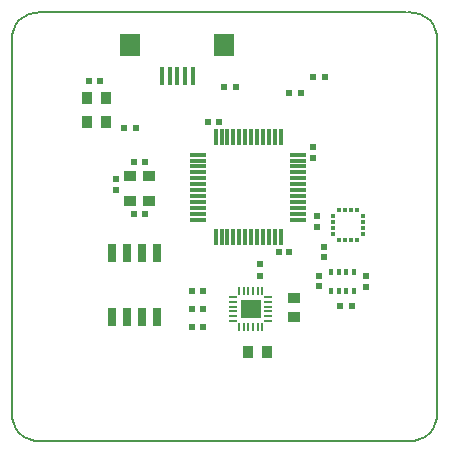
<source format=gbr>
G04 PROTEUS RS274X GERBER FILE*
%FSLAX45Y45*%
%MOMM*%
G01*
%ADD19R,1.480000X0.300000*%
%ADD70R,0.300000X1.480000*%
%ADD71R,0.609600X0.609600*%
%ADD20R,0.609600X0.558800*%
%ADD21R,1.000000X0.900000*%
%AMPPAD014*
4,1,19,
-0.100000,-0.380000,
-0.100000,0.280000,
-0.098010,0.300450,
-0.092290,0.319360,
-0.083190,0.336360,
-0.071090,0.351090,
-0.056360,0.363190,
-0.039360,0.372280,
-0.020450,0.378010,
0.000000,0.380000,
0.020450,0.378010,
0.039360,0.372280,
0.056360,0.363190,
0.071090,0.351090,
0.083190,0.336360,
0.092290,0.319360,
0.098010,0.300450,
0.100000,0.280000,
0.100000,-0.380000,
-0.100000,-0.380000,
0*%
%ADD22PPAD014*%
%AMPPAD015*
4,1,19,
0.380000,-0.100000,
-0.280000,-0.100000,
-0.300450,-0.098010,
-0.319360,-0.092280,
-0.336360,-0.083190,
-0.351090,-0.071090,
-0.363190,-0.056360,
-0.372290,-0.039360,
-0.378010,-0.020450,
-0.380000,0.000000,
-0.378010,0.020450,
-0.372290,0.039360,
-0.363190,0.056360,
-0.351090,0.071090,
-0.336360,0.083190,
-0.319360,0.092280,
-0.300450,0.098010,
-0.280000,0.100000,
0.380000,0.100000,
0.380000,-0.100000,
0*%
%ADD23PPAD015*%
%AMPPAD016*
4,1,19,
0.100000,0.380000,
0.100000,-0.280000,
0.098010,-0.300450,
0.092290,-0.319360,
0.083190,-0.336360,
0.071090,-0.351090,
0.056360,-0.363190,
0.039360,-0.372280,
0.020450,-0.378010,
0.000000,-0.380000,
-0.020450,-0.378010,
-0.039360,-0.372280,
-0.056360,-0.363190,
-0.071090,-0.351090,
-0.083190,-0.336360,
-0.092290,-0.319360,
-0.098010,-0.300450,
-0.100000,-0.280000,
-0.100000,0.380000,
0.100000,0.380000,
0*%
%ADD24PPAD016*%
%AMPPAD017*
4,1,19,
-0.380000,0.100000,
0.280000,0.100000,
0.300450,0.098010,
0.319360,0.092280,
0.336360,0.083190,
0.351090,0.071090,
0.363190,0.056360,
0.372290,0.039360,
0.378010,0.020450,
0.380000,0.000000,
0.378010,-0.020450,
0.372290,-0.039360,
0.363190,-0.056360,
0.351090,-0.071090,
0.336360,-0.083190,
0.319360,-0.092280,
0.300450,-0.098010,
0.280000,-0.100000,
-0.380000,-0.100000,
-0.380000,0.100000,
0*%
%ADD25PPAD017*%
%ADD26R,1.750000X1.590000*%
%ADD27R,0.939800X0.990600*%
%ADD28R,0.558800X0.609600*%
%ADD29R,0.990600X0.939800*%
%ADD72R,0.400000X1.500000*%
%ADD73R,1.800000X1.900000*%
%ADD31R,0.350000X0.500000*%
%ADD34R,0.700000X1.520000*%
%ADD35R,0.450000X0.300000*%
%ADD36R,0.300000X0.450000*%
%ADD13C,0.203200*%
D19*
X+1276823Y+2123135D03*
X+1276823Y+2073135D03*
X+1276823Y+2023135D03*
X+1276823Y+1973135D03*
X+1276823Y+1923135D03*
X+1276823Y+1873135D03*
X+1276823Y+1823135D03*
X+1276823Y+1773135D03*
X+1276823Y+1723135D03*
X+1276823Y+1673135D03*
X+1276823Y+1623135D03*
X+1276823Y+1573135D03*
D70*
X+1425823Y+1424135D03*
X+1475823Y+1424135D03*
X+1525823Y+1424135D03*
X+1575823Y+1424135D03*
X+1625823Y+1424135D03*
X+1675823Y+1424135D03*
X+1725823Y+1424135D03*
X+1775823Y+1424135D03*
X+1825823Y+1424135D03*
X+1875823Y+1424135D03*
X+1925823Y+1424135D03*
X+1975823Y+1424135D03*
D19*
X+2124823Y+1573135D03*
X+2124823Y+1623135D03*
X+2124823Y+1673135D03*
X+2124823Y+1723135D03*
X+2124823Y+1773135D03*
X+2124823Y+1823135D03*
X+2124823Y+1873135D03*
X+2124823Y+1923135D03*
X+2124823Y+1973135D03*
X+2124823Y+2023135D03*
X+2124823Y+2073135D03*
X+2124823Y+2123135D03*
D70*
X+1975823Y+2272135D03*
X+1925823Y+2272135D03*
X+1875823Y+2272135D03*
X+1825823Y+2272135D03*
X+1775823Y+2272135D03*
X+1725823Y+2272135D03*
X+1675823Y+2272135D03*
X+1625823Y+2272135D03*
X+1575823Y+2272135D03*
X+1525823Y+2272135D03*
X+1475823Y+2272135D03*
X+1425823Y+2272135D03*
D71*
X+733623Y+2061235D03*
X+823623Y+2061235D03*
X+823623Y+1616735D03*
X+733623Y+1616735D03*
D20*
X+581223Y+1819935D03*
X+581223Y+1919935D03*
D21*
X+860423Y+1729935D03*
X+860423Y+1945935D03*
X+704423Y+1945935D03*
X+704423Y+1729935D03*
D71*
X+1360823Y+2398135D03*
X+1450823Y+2398135D03*
X+2250822Y+2188135D03*
X+2250823Y+2098135D03*
X+1960823Y+1298135D03*
X+2050823Y+1298135D03*
D22*
X+1622569Y+666777D03*
X+1662569Y+666777D03*
X+1702569Y+666777D03*
X+1742569Y+666777D03*
X+1782569Y+666777D03*
X+1822569Y+666777D03*
D23*
X+1872569Y+716777D03*
X+1872569Y+756777D03*
X+1872569Y+796777D03*
X+1872569Y+836777D03*
X+1872569Y+876777D03*
X+1872569Y+916777D03*
D24*
X+1822569Y+966777D03*
X+1782569Y+966777D03*
X+1742569Y+966777D03*
X+1702569Y+966777D03*
X+1662569Y+966777D03*
X+1622569Y+966777D03*
D25*
X+1572569Y+916777D03*
X+1572569Y+876777D03*
X+1572569Y+836777D03*
X+1572569Y+796777D03*
X+1572569Y+756777D03*
X+1572569Y+716777D03*
D26*
X+1722569Y+816777D03*
D27*
X+1863348Y+452409D03*
X+1703348Y+452409D03*
D28*
X+1222569Y+666777D03*
X+1322569Y+666777D03*
X+1222569Y+816777D03*
X+1322569Y+816777D03*
X+1222569Y+966777D03*
X+1322569Y+966777D03*
D29*
X+2092523Y+745535D03*
X+2092523Y+905535D03*
D72*
X+1230823Y+2788135D03*
X+1165823Y+2788135D03*
X+1100823Y+2788135D03*
X+1035823Y+2788135D03*
X+970823Y+2788135D03*
D73*
X+1500823Y+3048135D03*
X+700823Y+3048135D03*
D28*
X+1600823Y+2698135D03*
X+1500823Y+2698135D03*
D20*
X+1800823Y+1198135D03*
X+1800823Y+1098135D03*
D28*
X+2350823Y+2778135D03*
X+2250823Y+2778135D03*
X+2150823Y+2648135D03*
X+2050823Y+2648135D03*
D31*
X+2402823Y+1128135D03*
X+2468823Y+1128135D03*
X+2532823Y+1128135D03*
X+2598823Y+1128135D03*
X+2598823Y+968135D03*
X+2532823Y+968135D03*
X+2468823Y+968135D03*
X+2402823Y+968135D03*
D20*
X+2700823Y+998135D03*
X+2700823Y+1098135D03*
D28*
X+2580000Y+840000D03*
X+2480000Y+840000D03*
D71*
X+2300823Y+1098135D03*
X+2300823Y+1008135D03*
D34*
X+927823Y+1290135D03*
X+800823Y+1290135D03*
X+673823Y+1290135D03*
X+546823Y+1290135D03*
X+546823Y+748135D03*
X+673823Y+748135D03*
X+800823Y+748135D03*
X+927823Y+748135D03*
D35*
X+2673000Y+1453000D03*
X+2673000Y+1503000D03*
X+2673000Y+1553000D03*
X+2673000Y+1603000D03*
D36*
X+2620000Y+1656000D03*
X+2570000Y+1656000D03*
X+2520000Y+1656000D03*
X+2470000Y+1656000D03*
D35*
X+2417000Y+1603000D03*
X+2417000Y+1553000D03*
X+2417000Y+1503000D03*
X+2417000Y+1453000D03*
D36*
X+2470000Y+1400000D03*
X+2520000Y+1400000D03*
X+2570000Y+1400000D03*
X+2620000Y+1400000D03*
D71*
X+2280000Y+1600000D03*
X+2280000Y+1510000D03*
X+2346360Y+1253672D03*
X+2346360Y+1343672D03*
D27*
X+500823Y+2598135D03*
X+340823Y+2598135D03*
D28*
X+450823Y+2748135D03*
X+350823Y+2748135D03*
D27*
X+500823Y+2398135D03*
X+340823Y+2398135D03*
D28*
X+650823Y+2348135D03*
X+750823Y+2348135D03*
D13*
X-299177Y+3078135D02*
X-295100Y+3135532D01*
X-282966Y+3185752D01*
X-262922Y+3228648D01*
X-235114Y+3264072D01*
X-199689Y+3291880D01*
X-156794Y+3311924D01*
X-106574Y+3324058D01*
X-49177Y+3328135D01*
X+3050823Y+3328135D02*
X+3108220Y+3324058D01*
X+3158440Y+3311924D01*
X+3201335Y+3291880D01*
X+3236760Y+3264072D01*
X+3264568Y+3228648D01*
X+3284612Y+3185752D01*
X+3296746Y+3135532D01*
X+3300823Y+3078135D01*
X+3300823Y-51865D02*
X+3296746Y-109262D01*
X+3284612Y-159482D01*
X+3264568Y-202378D01*
X+3236760Y-237802D01*
X+3201335Y-265610D01*
X+3158440Y-285654D01*
X+3108220Y-297788D01*
X+3050823Y-301865D01*
X-49177Y-301865D02*
X-106574Y-297788D01*
X-156794Y-285654D01*
X-199689Y-265610D01*
X-235114Y-237802D01*
X-262922Y-202378D01*
X-282966Y-159482D01*
X-295100Y-109262D01*
X-299177Y-51865D01*
X-49177Y-301865D02*
X+3050823Y-301865D01*
X-299177Y-51865D02*
X-299177Y+3098135D01*
X-59177Y+3328135D02*
X+3040823Y+3328135D01*
X+3300823Y+3098135D02*
X+3300823Y-51865D01*
M02*

</source>
